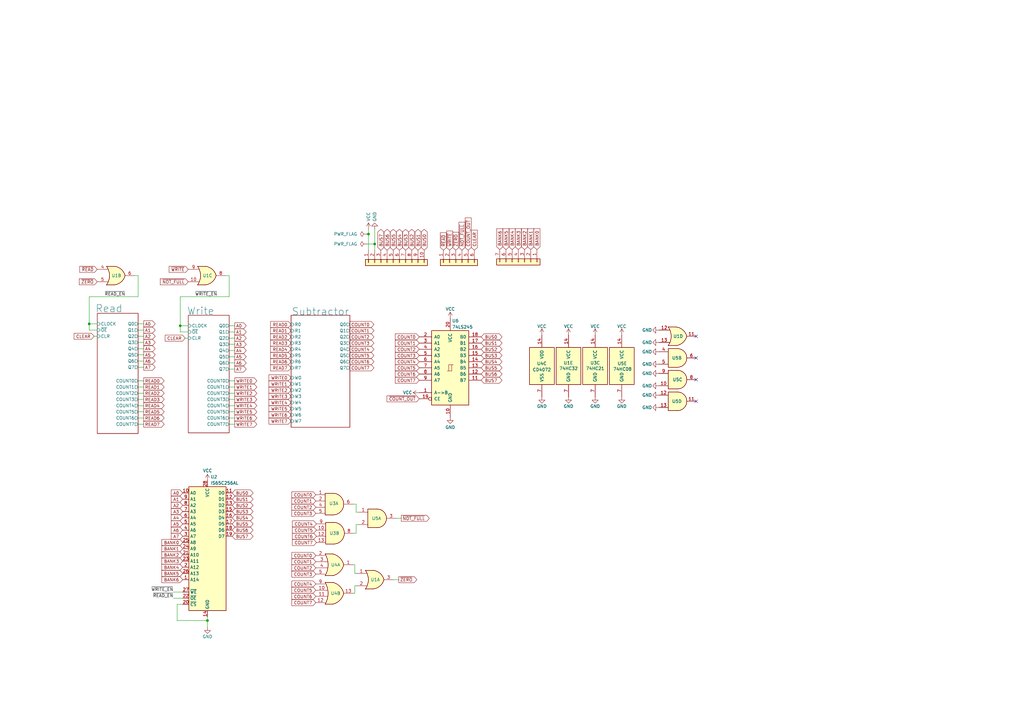
<source format=kicad_sch>
(kicad_sch (version 20211123) (generator eeschema)
  (paper "A3")
  (lib_symbols
    (symbol "4xxx:4072" (pin_names (offset 1.016))
      (property "Reference" "U" (at 0 1.27 0))
      (property "Value" "4072" (at 0 -1.27 0))
      (symbol "4072_1_1"
        (pin output line (at 7.62 0 180) (length 3.81) (name "~") (number "1"))
        (pin input line (at -7.62 3.81 0) (length 3.81) (name "~") (number "2"))
        (pin input line (at -7.62 1.27 0) (length 4.826) (name "~") (number "3"))
        (pin input line (at -7.62 -1.27 0) (length 4.826) (name "~") (number "4"))
        (pin input line (at -7.62 -3.81 0) (length 3.81) (name "~") (number "5"))
      )
      (symbol "4072_1_2"
        (pin output inverted (at 7.62 0 180) (length 3.81) (name "~") (number "1"))
        (pin input inverted (at -7.62 3.81 0) (length 3.81) (name "~") (number "2"))
        (pin input inverted (at -7.62 1.27 0) (length 3.81) (name "~") (number "3"))
        (pin input inverted (at -7.62 -1.27 0) (length 3.81) (name "~") (number "4"))
        (pin input inverted (at -7.62 -3.81 0) (length 3.81) (name "~") (number "5"))
      )
      (symbol "4072_2_1"
        (pin input line (at -7.62 1.27 0) (length 4.826) (name "~") (number "10"))
        (pin input line (at -7.62 -1.27 0) (length 4.826) (name "~") (number "11"))
        (pin input line (at -7.62 -3.81 0) (length 3.81) (name "~") (number "12"))
        (pin output line (at 7.62 0 180) (length 3.81) (name "~") (number "13"))
        (pin input line (at -7.62 3.81 0) (length 3.81) (name "~") (number "9"))
      )
      (symbol "4072_2_2"
        (pin input inverted (at -7.62 1.27 0) (length 3.81) (name "~") (number "10"))
        (pin input inverted (at -7.62 -1.27 0) (length 3.81) (name "~") (number "11"))
        (pin input inverted (at -7.62 -3.81 0) (length 3.81) (name "~") (number "12"))
        (pin output inverted (at 7.62 0 180) (length 3.81) (name "~") (number "13"))
        (pin input inverted (at -7.62 3.81 0) (length 3.81) (name "~") (number "9"))
      )
      (symbol "4072_3_0"
        (pin power_in line (at 0 12.7 270) (length 5.08) (name "VDD") (number "14"))
        (pin power_in line (at 0 -12.7 90) (length 5.08) (name "VSS") (number "7"))
      )
    )
    (symbol "74xx:74LS08" (pin_names (offset 1.016))
      (property "Reference" "U" (at 0 1.27 0))
      (property "Value" "74LS08" (at 0 -1.27 0))
      (symbol "74LS08_1_1"
        (pin input line (at -7.62 2.54 0) (length 3.81) (name "~") (number "1"))
        (pin input line (at -7.62 -2.54 0) (length 3.81) (name "~") (number "2"))
        (pin output line (at 7.62 0 180) (length 3.81) (name "~") (number "3"))
      )
      (symbol "74LS08_1_2"
        (pin input inverted (at -7.62 2.54 0) (length 4.318) (name "~") (number "1"))
        (pin input inverted (at -7.62 -2.54 0) (length 4.318) (name "~") (number "2"))
        (pin output inverted (at 7.62 0 180) (length 3.81) (name "~") (number "3"))
      )
      (symbol "74LS08_2_1"
        (pin input line (at -7.62 2.54 0) (length 3.81) (name "~") (number "4"))
        (pin input line (at -7.62 -2.54 0) (length 3.81) (name "~") (number "5"))
        (pin output line (at 7.62 0 180) (length 3.81) (name "~") (number "6"))
      )
      (symbol "74LS08_2_2"
        (pin input inverted (at -7.62 2.54 0) (length 4.318) (name "~") (number "4"))
        (pin input inverted (at -7.62 -2.54 0) (length 4.318) (name "~") (number "5"))
        (pin output inverted (at 7.62 0 180) (length 3.81) (name "~") (number "6"))
      )
      (symbol "74LS08_3_1"
        (pin input line (at -7.62 -2.54 0) (length 3.81) (name "~") (number "10"))
        (pin output line (at 7.62 0 180) (length 3.81) (name "~") (number "8"))
        (pin input line (at -7.62 2.54 0) (length 3.81) (name "~") (number "9"))
      )
      (symbol "74LS08_3_2"
        (pin input inverted (at -7.62 -2.54 0) (length 4.318) (name "~") (number "10"))
        (pin output inverted (at 7.62 0 180) (length 3.81) (name "~") (number "8"))
        (pin input inverted (at -7.62 2.54 0) (length 4.318) (name "~") (number "9"))
      )
      (symbol "74LS08_4_1"
        (pin output line (at 7.62 0 180) (length 3.81) (name "~") (number "11"))
        (pin input line (at -7.62 2.54 0) (length 3.81) (name "~") (number "12"))
        (pin input line (at -7.62 -2.54 0) (length 3.81) (name "~") (number "13"))
      )
      (symbol "74LS08_4_2"
        (pin output inverted (at 7.62 0 180) (length 3.81) (name "~") (number "11"))
        (pin input inverted (at -7.62 2.54 0) (length 4.318) (name "~") (number "12"))
        (pin input inverted (at -7.62 -2.54 0) (length 4.318) (name "~") (number "13"))
      )
      (symbol "74LS08_5_0"
        (pin power_in line (at 0 12.7 270) (length 5.08) (name "VCC") (number "14"))
        (pin power_in line (at 0 -12.7 90) (length 5.08) (name "GND") (number "7"))
      )
    )
    (symbol "74xx:74LS21" (pin_names (offset 1.016))
      (property "Reference" "U" (at 0 1.27 0))
      (property "Value" "74LS21" (at 0 -1.27 0))
      (symbol "74LS21_1_1"
        (pin input line (at -7.62 3.81 0) (length 3.81) (name "~") (number "1"))
        (pin input line (at -7.62 1.27 0) (length 3.81) (name "~") (number "2"))
        (pin input line (at -7.62 -1.27 0) (length 3.81) (name "~") (number "4"))
        (pin input line (at -7.62 -3.81 0) (length 3.81) (name "~") (number "5"))
        (pin output line (at 7.62 0 180) (length 3.81) (name "~") (number "6"))
      )
      (symbol "74LS21_1_2"
        (pin input inverted (at -7.62 3.81 0) (length 3.81) (name "~") (number "1"))
        (pin input inverted (at -7.62 1.27 0) (length 4.826) (name "~") (number "2"))
        (pin input inverted (at -7.62 -1.27 0) (length 4.826) (name "~") (number "4"))
        (pin input inverted (at -7.62 -3.81 0) (length 3.81) (name "~") (number "5"))
        (pin output inverted (at 7.62 0 180) (length 3.81) (name "~") (number "6"))
      )
      (symbol "74LS21_2_1"
        (pin input line (at -7.62 1.27 0) (length 3.81) (name "~") (number "10"))
        (pin input line (at -7.62 -1.27 0) (length 3.81) (name "~") (number "12"))
        (pin input line (at -7.62 -3.81 0) (length 3.81) (name "~") (number "13"))
        (pin output line (at 7.62 0 180) (length 3.81) (name "~") (number "8"))
        (pin input line (at -7.62 3.81 0) (length 3.81) (name "~") (number "9"))
      )
      (symbol "74LS21_2_2"
        (pin input inverted (at -7.62 1.27 0) (length 4.826) (name "~") (number "10"))
        (pin input inverted (at -7.62 -1.27 0) (length 4.826) (name "~") (number "12"))
        (pin input inverted (at -7.62 -3.81 0) (length 3.81) (name "~") (number "13"))
        (pin output inverted (at 7.62 0 180) (length 3.81) (name "~") (number "8"))
        (pin input inverted (at -7.62 3.81 0) (length 3.81) (name "~") (number "9"))
      )
      (symbol "74LS21_3_0"
        (pin power_in line (at 0 12.7 270) (length 5.08) (name "VCC") (number "14"))
        (pin power_in line (at 0 -12.7 90) (length 5.08) (name "GND") (number "7"))
      )
    )
    (symbol "74xx:74LS245" (pin_names (offset 1.016))
      (property "Reference" "U" (at -7.62 16.51 0))
      (property "Value" "74LS245" (at -7.62 -16.51 0))
      (symbol "74LS245_1_0"
        (pin input line (at -12.7 -10.16 0) (length 5.08) (name "A->B") (number "1"))
        (pin power_in line (at 0 -20.32 90) (length 5.08) (name "GND") (number "10"))
        (pin tri_state line (at 12.7 -5.08 180) (length 5.08) (name "B7") (number "11"))
        (pin tri_state line (at 12.7 -2.54 180) (length 5.08) (name "B6") (number "12"))
        (pin tri_state line (at 12.7 0 180) (length 5.08) (name "B5") (number "13"))
        (pin tri_state line (at 12.7 2.54 180) (length 5.08) (name "B4") (number "14"))
        (pin tri_state line (at 12.7 5.08 180) (length 5.08) (name "B3") (number "15"))
        (pin tri_state line (at 12.7 7.62 180) (length 5.08) (name "B2") (number "16"))
        (pin tri_state line (at 12.7 10.16 180) (length 5.08) (name "B1") (number "17"))
        (pin tri_state line (at 12.7 12.7 180) (length 5.08) (name "B0") (number "18"))
        (pin input inverted (at -12.7 -12.7 0) (length 5.08) (name "CE") (number "19"))
        (pin tri_state line (at -12.7 12.7 0) (length 5.08) (name "A0") (number "2"))
        (pin power_in line (at 0 20.32 270) (length 5.08) (name "VCC") (number "20"))
        (pin tri_state line (at -12.7 10.16 0) (length 5.08) (name "A1") (number "3"))
        (pin tri_state line (at -12.7 7.62 0) (length 5.08) (name "A2") (number "4"))
        (pin tri_state line (at -12.7 5.08 0) (length 5.08) (name "A3") (number "5"))
        (pin tri_state line (at -12.7 2.54 0) (length 5.08) (name "A4") (number "6"))
        (pin tri_state line (at -12.7 0 0) (length 5.08) (name "A5") (number "7"))
        (pin tri_state line (at -12.7 -2.54 0) (length 5.08) (name "A6") (number "8"))
        (pin tri_state line (at -12.7 -5.08 0) (length 5.08) (name "A7") (number "9"))
      )
    )
    (symbol "74xx:74LS32" (pin_names (offset 1.016))
      (property "Reference" "U" (at 0 1.27 0))
      (property "Value" "74LS32" (at 0 -1.27 0))
      (symbol "74LS32_1_1"
        (pin input line (at -7.62 2.54 0) (length 4.318) (name "~") (number "1"))
        (pin input line (at -7.62 -2.54 0) (length 4.318) (name "~") (number "2"))
        (pin output line (at 7.62 0 180) (length 3.81) (name "~") (number "3"))
      )
      (symbol "74LS32_1_2"
        (pin input inverted (at -7.62 2.54 0) (length 3.81) (name "~") (number "1"))
        (pin input inverted (at -7.62 -2.54 0) (length 3.81) (name "~") (number "2"))
        (pin output inverted (at 7.62 0 180) (length 3.81) (name "~") (number "3"))
      )
      (symbol "74LS32_2_1"
        (pin input line (at -7.62 2.54 0) (length 4.318) (name "~") (number "4"))
        (pin input line (at -7.62 -2.54 0) (length 4.318) (name "~") (number "5"))
        (pin output line (at 7.62 0 180) (length 3.81) (name "~") (number "6"))
      )
      (symbol "74LS32_2_2"
        (pin input inverted (at -7.62 2.54 0) (length 3.81) (name "~") (number "4"))
        (pin input inverted (at -7.62 -2.54 0) (length 3.81) (name "~") (number "5"))
        (pin output inverted (at 7.62 0 180) (length 3.81) (name "~") (number "6"))
      )
      (symbol "74LS32_3_1"
        (pin input line (at -7.62 -2.54 0) (length 4.318) (name "~") (number "10"))
        (pin output line (at 7.62 0 180) (length 3.81) (name "~") (number "8"))
        (pin input line (at -7.62 2.54 0) (length 4.318) (name "~") (number "9"))
      )
      (symbol "74LS32_3_2"
        (pin input inverted (at -7.62 -2.54 0) (length 3.81) (name "~") (number "10"))
        (pin output inverted (at 7.62 0 180) (length 3.81) (name "~") (number "8"))
        (pin input inverted (at -7.62 2.54 0) (length 3.81) (name "~") (number "9"))
      )
      (symbol "74LS32_4_1"
        (pin output line (at 7.62 0 180) (length 3.81) (name "~") (number "11"))
        (pin input line (at -7.62 2.54 0) (length 4.318) (name "~") (number "12"))
        (pin input line (at -7.62 -2.54 0) (length 4.318) (name "~") (number "13"))
      )
      (symbol "74LS32_4_2"
        (pin output inverted (at 7.62 0 180) (length 3.81) (name "~") (number "11"))
        (pin input inverted (at -7.62 2.54 0) (length 3.81) (name "~") (number "12"))
        (pin input inverted (at -7.62 -2.54 0) (length 3.81) (name "~") (number "13"))
      )
      (symbol "74LS32_5_0"
        (pin power_in line (at 0 12.7 270) (length 5.08) (name "VCC") (number "14"))
        (pin power_in line (at 0 -12.7 90) (length 5.08) (name "GND") (number "7"))
      )
    )
    (symbol "Connector_Generic:Conn_01x06" (pin_names (offset 1.016) hide)
      (property "Reference" "J" (at 0 7.62 0))
      (property "Value" "Conn_01x06" (at 0 -10.16 0))
      (symbol "Conn_01x06_1_1"
        (pin passive line (at -5.08 5.08 0) (length 3.81) (name "Pin_1") (number "1"))
        (pin passive line (at -5.08 2.54 0) (length 3.81) (name "Pin_2") (number "2"))
        (pin passive line (at -5.08 0 0) (length 3.81) (name "Pin_3") (number "3"))
        (pin passive line (at -5.08 -2.54 0) (length 3.81) (name "Pin_4") (number "4"))
        (pin passive line (at -5.08 -5.08 0) (length 3.81) (name "Pin_5") (number "5"))
        (pin passive line (at -5.08 -7.62 0) (length 3.81) (name "Pin_6") (number "6"))
      )
    )
    (symbol "Connector_Generic:Conn_01x07" (pin_names (offset 1.016) hide)
      (property "Reference" "J" (at 0 10.16 0))
      (property "Value" "Conn_01x07" (at 0 -10.16 0))
      (symbol "Conn_01x07_1_1"
        (pin passive line (at -5.08 7.62 0) (length 3.81) (name "Pin_1") (number "1"))
        (pin passive line (at -5.08 5.08 0) (length 3.81) (name "Pin_2") (number "2"))
        (pin passive line (at -5.08 2.54 0) (length 3.81) (name "Pin_3") (number "3"))
        (pin passive line (at -5.08 0 0) (length 3.81) (name "Pin_4") (number "4"))
        (pin passive line (at -5.08 -2.54 0) (length 3.81) (name "Pin_5") (number "5"))
        (pin passive line (at -5.08 -5.08 0) (length 3.81) (name "Pin_6") (number "6"))
        (pin passive line (at -5.08 -7.62 0) (length 3.81) (name "Pin_7") (number "7"))
      )
    )
    (symbol "Connector_Generic:Conn_01x10" (pin_names (offset 1.016) hide)
      (property "Reference" "J" (at 0 12.7 0))
      (property "Value" "Conn_01x10" (at 0 -15.24 0))
      (symbol "Conn_01x10_1_1"
        (pin passive line (at -5.08 10.16 0) (length 3.81) (name "Pin_1") (number "1"))
        (pin passive line (at -5.08 -12.7 0) (length 3.81) (name "Pin_10") (number "10"))
        (pin passive line (at -5.08 7.62 0) (length 3.81) (name "Pin_2") (number "2"))
        (pin passive line (at -5.08 5.08 0) (length 3.81) (name "Pin_3") (number "3"))
        (pin passive line (at -5.08 2.54 0) (length 3.81) (name "Pin_4") (number "4"))
        (pin passive line (at -5.08 0 0) (length 3.81) (name "Pin_5") (number "5"))
        (pin passive line (at -5.08 -2.54 0) (length 3.81) (name "Pin_6") (number "6"))
        (pin passive line (at -5.08 -5.08 0) (length 3.81) (name "Pin_7") (number "7"))
        (pin passive line (at -5.08 -7.62 0) (length 3.81) (name "Pin_8") (number "8"))
        (pin passive line (at -5.08 -10.16 0) (length 3.81) (name "Pin_9") (number "9"))
      )
    )
    (symbol "LIBRARY-8-bit-computer:IS65C256AL"
      (property "Reference" "U" (at -3.81 41.91 0))
      (property "Value" "IS65C256AL" (at -3.81 41.91 0))
      (symbol "IS65C256AL_1_1"
        (pin input line (at -11.43 -12.7 0) (length 2.54) (name "A14") (number "1"))
        (pin input line (at -11.43 22.86 0) (length 2.54) (name "A0") (number "10"))
        (pin tri_state line (at 8.89 22.86 180) (length 2.54) (name "D0") (number "11"))
        (pin tri_state line (at 8.89 20.32 180) (length 2.54) (name "D1") (number "12"))
        (pin tri_state line (at 8.89 17.78 180) (length 2.54) (name "D2") (number "13"))
        (pin power_in line (at -1.27 -27.94 90) (length 2.54) (name "GND") (number "14"))
        (pin tri_state line (at 8.89 15.24 180) (length 2.54) (name "D3") (number "15"))
        (pin tri_state line (at 8.89 12.7 180) (length 2.54) (name "D4") (number "16"))
        (pin tri_state line (at 8.89 10.16 180) (length 2.54) (name "D5") (number "17"))
        (pin tri_state line (at 8.89 7.62 180) (length 2.54) (name "D6") (number "18"))
        (pin tri_state line (at 8.89 5.08 180) (length 2.54) (name "D7") (number "19"))
        (pin input line (at -11.43 -7.62 0) (length 2.54) (name "A12") (number "2"))
        (pin input line (at -11.43 -22.86 0) (length 2.54) (name "~{CS}") (number "20"))
        (pin input line (at -11.43 -2.54 0) (length 2.54) (name "A10") (number "21"))
        (pin input line (at -11.43 -20.32 0) (length 2.54) (name "~{OE}") (number "22"))
        (pin input line (at -11.43 -5.08 0) (length 2.54) (name "A11") (number "23"))
        (pin input line (at -11.43 0 0) (length 2.54) (name "A9") (number "24"))
        (pin input line (at -11.43 2.54 0) (length 2.54) (name "A8") (number "25"))
        (pin input line (at -11.43 -10.16 0) (length 2.54) (name "A13") (number "26"))
        (pin input line (at -11.43 -17.78 0) (length 2.54) (name "~{WE}") (number "27"))
        (pin power_in line (at -1.27 27.94 270) (length 2.54) (name "VCC") (number "28"))
        (pin input line (at -11.43 5.08 0) (length 2.54) (name "A7") (number "3"))
        (pin input line (at -11.43 7.62 0) (length 2.54) (name "A6") (number "4"))
        (pin input line (at -11.43 10.16 0) (length 2.54) (name "A5") (number "5"))
        (pin input line (at -11.43 12.7 0) (length 2.54) (name "A4") (number "6"))
        (pin input line (at -11.43 15.24 0) (length 2.54) (name "A3") (number "7"))
        (pin input line (at -11.43 17.78 0) (length 2.54) (name "A2") (number "8"))
        (pin input line (at -11.43 20.32 0) (length 2.54) (name "A1") (number "9"))
      )
    )
    (symbol "power:GND" (power) (pin_names (offset 0))
      (property "Value" "GND" (at 0 -3.81 0))
      (symbol "GND_1_1"
        (pin power_in line (at 0 0 270) (length 0) hide (name "GND") (number "1"))
      )
    )
    (symbol "power:PWR_FLAG" (power) (pin_numbers hide) (pin_names (offset 0) hide)
      (property "Value" "PWR_FLAG" (at 0 3.81 0))
      (symbol "PWR_FLAG_0_0"
        (pin power_out line (at 0 0 90) (length 0) (name "pwr") (number "1"))
      )
    )
    (symbol "power:VCC" (power) (pin_names (offset 0))
      (property "Value" "VCC" (at 0 3.81 0))
      (symbol "VCC_1_1"
        (pin power_in line (at 0 0 90) (length 0) hide (name "VCC") (number "1"))
      )
    )
  )
  (junction (at 153.67 100.076))
  (junction (at 85.09 254.508))
  (junction (at 73.914 133.604))
  (junction (at 36.576 132.842))
  (junction (at 151.13 96.012))
  (no_connect (at 285.496 137.922))
  (no_connect (at 285.496 146.812))
  (no_connect (at 285.496 155.702))
  (no_connect (at 285.496 164.592))
  (wire (pts (xy 145.542 235.204) (xy 145.542 231.648)))
  (wire (pts (xy 56.642 156.21) (xy 58.928 156.21)))
  (wire (pts (xy 153.67 100.076) (xy 153.67 102.616)))
  (wire (pts (xy 36.576 132.842) (xy 39.878 132.842)))
  (wire (pts (xy 85.09 254.508) (xy 72.644 254.508)))
  (wire (pts (xy 93.98 146.304) (xy 96.266 146.304)))
  (wire (pts (xy 56.642 113.03) (xy 56.642 121.666)))
  (wire (pts (xy 93.98 171.45) (xy 96.266 171.45)))
  (wire (pts (xy 73.914 121.666) (xy 73.914 133.604)))
  (wire (pts (xy 147.066 210.058) (xy 146.05 210.058)))
  (wire (pts (xy 93.98 156.21) (xy 96.266 156.21)))
  (wire (pts (xy 93.98 136.144) (xy 96.266 136.144)))
  (wire (pts (xy 93.98 173.99) (xy 96.266 173.99)))
  (wire (pts (xy 146.05 206.756) (xy 144.78 206.756)))
  (wire (pts (xy 145.542 243.332) (xy 145.542 240.284)))
  (wire (pts (xy 151.13 93.98) (xy 151.13 96.012)))
  (wire (pts (xy 85.09 254.508) (xy 85.09 252.984)))
  (wire (pts (xy 150.368 96.012) (xy 151.13 96.012)))
  (wire (pts (xy 144.78 243.332) (xy 145.542 243.332)))
  (wire (pts (xy 77.216 136.144) (xy 73.914 136.144)))
  (wire (pts (xy 92.456 113.03) (xy 93.98 113.03)))
  (wire (pts (xy 93.98 133.604) (xy 96.266 133.604)))
  (wire (pts (xy 93.98 166.37) (xy 96.266 166.37)))
  (wire (pts (xy 150.368 100.076) (xy 153.67 100.076)))
  (wire (pts (xy 56.642 163.83) (xy 58.928 163.83)))
  (wire (pts (xy 56.642 173.99) (xy 58.928 173.99)))
  (wire (pts (xy 56.642 140.462) (xy 58.928 140.462)))
  (wire (pts (xy 146.05 215.138) (xy 147.066 215.138)))
  (wire (pts (xy 72.644 254.508) (xy 72.644 247.904)))
  (wire (pts (xy 93.98 148.844) (xy 96.266 148.844)))
  (wire (pts (xy 73.914 136.144) (xy 73.914 133.604)))
  (wire (pts (xy 93.98 161.29) (xy 96.266 161.29)))
  (wire (pts (xy 36.576 135.382) (xy 39.878 135.382)))
  (wire (pts (xy 93.98 158.75) (xy 96.266 158.75)))
  (wire (pts (xy 56.642 121.666) (xy 36.576 121.666)))
  (wire (pts (xy 36.576 132.842) (xy 36.576 135.382)))
  (wire (pts (xy 145.542 231.648) (xy 144.78 231.648)))
  (wire (pts (xy 56.642 135.382) (xy 58.928 135.382)))
  (wire (pts (xy 93.98 151.384) (xy 96.266 151.384)))
  (wire (pts (xy 73.914 133.604) (xy 77.216 133.604)))
  (wire (pts (xy 38.608 137.922) (xy 39.878 137.922)))
  (wire (pts (xy 145.034 218.694) (xy 146.05 218.694)))
  (wire (pts (xy 56.642 158.75) (xy 58.928 158.75)))
  (wire (pts (xy 56.642 137.922) (xy 58.928 137.922)))
  (wire (pts (xy 146.05 210.058) (xy 146.05 206.756)))
  (wire (pts (xy 56.642 145.542) (xy 58.928 145.542)))
  (wire (pts (xy 93.98 141.224) (xy 96.266 141.224)))
  (wire (pts (xy 56.642 161.29) (xy 58.928 161.29)))
  (wire (pts (xy 71.12 242.824) (xy 74.93 242.824)))
  (wire (pts (xy 56.642 166.37) (xy 58.928 166.37)))
  (wire (pts (xy 93.98 143.764) (xy 96.266 143.764)))
  (wire (pts (xy 93.98 168.91) (xy 96.266 168.91)))
  (wire (pts (xy 93.98 113.03) (xy 93.98 121.666)))
  (wire (pts (xy 93.98 121.666) (xy 73.914 121.666)))
  (wire (pts (xy 56.642 143.002) (xy 58.928 143.002)))
  (wire (pts (xy 75.946 138.684) (xy 77.216 138.684)))
  (wire (pts (xy 56.642 168.91) (xy 58.928 168.91)))
  (wire (pts (xy 153.67 93.98) (xy 153.67 100.076)))
  (wire (pts (xy 145.542 240.284) (xy 146.05 240.284)))
  (wire (pts (xy 36.576 121.666) (xy 36.576 132.842)))
  (wire (pts (xy 151.13 96.012) (xy 151.13 102.616)))
  (wire (pts (xy 71.12 245.364) (xy 74.93 245.364)))
  (wire (pts (xy 162.306 212.598) (xy 164.592 212.598)))
  (wire (pts (xy 56.642 171.45) (xy 58.928 171.45)))
  (wire (pts (xy 72.644 247.904) (xy 74.93 247.904)))
  (wire (pts (xy 56.642 132.842) (xy 58.928 132.842)))
  (wire (pts (xy 146.05 218.694) (xy 146.05 215.138)))
  (wire (pts (xy 55.118 113.03) (xy 56.642 113.03)))
  (wire (pts (xy 93.98 163.83) (xy 96.266 163.83)))
  (wire (pts (xy 146.05 235.204) (xy 145.542 235.204)))
  (wire (pts (xy 85.09 257.302) (xy 85.09 254.508)))
  (wire (pts (xy 161.29 237.744) (xy 163.576 237.744)))
  (wire (pts (xy 93.98 138.684) (xy 96.266 138.684)))
  (wire (pts (xy 56.642 148.082) (xy 58.928 148.082)))
  (wire (pts (xy 56.642 150.622) (xy 58.928 150.622)))
  (label "~{READ_EN}" (at 42.926 121.666 0))
  (label "~{WRITE_EN}" (at 71.12 242.824 180))
  (label "~{WRITE_EN}" (at 80.01 121.666 0))
  (label "~{READ_EN}" (at 71.12 245.364 180))
  (global_label "WRITE7" (shape input) (at 119.38 172.72 180) (property "Intersheet References" "${INTERSHEET_REFS}" (effects hide)))
  (global_label "WRITE4" (shape output) (at 96.266 166.37 0) (property "Intersheet References" "${INTERSHEET_REFS}" (effects hide)))
  (global_label "COUNT7" (shape input) (at 129.54 247.142 180) (property "Intersheet References" "${INTERSHEET_REFS}" (effects hide)))
  (global_label "BANK1" (shape input) (at 217.678 102.362 90) (property "Intersheet References" "${INTERSHEET_REFS}" (effects hide)))
  (global_label "COUNT5" (shape output) (at 143.51 145.796 0) (property "Intersheet References" "${INTERSHEET_REFS}" (effects hide)))
  (global_label "CLEAR" (shape input) (at 75.946 138.684 180) (property "Intersheet References" "${INTERSHEET_REFS}" (effects hide)))
  (global_label "WRITE0" (shape output) (at 96.266 156.21 0) (property "Intersheet References" "${INTERSHEET_REFS}" (effects hide)))
  (global_label "COUNT2" (shape input) (at 129.54 208.026 180) (property "Intersheet References" "${INTERSHEET_REFS}" (effects hide)))
  (global_label "READ1" (shape output) (at 58.928 158.75 0) (property "Intersheet References" "${INTERSHEET_REFS}" (effects hide)))
  (global_label "READ5" (shape input) (at 119.38 145.796 180) (property "Intersheet References" "${INTERSHEET_REFS}" (effects hide)))
  (global_label "~{NOT_FULL}" (shape output) (at 164.592 212.598 0) (property "Intersheet References" "${INTERSHEET_REFS}" (effects hide)))
  (global_label "BUS4" (shape tri_state) (at 197.358 148.336 0) (property "Intersheet References" "${INTERSHEET_REFS}" (effects hide)))
  (global_label "READ6" (shape output) (at 58.928 171.45 0) (property "Intersheet References" "${INTERSHEET_REFS}" (effects hide)))
  (global_label "BANK3" (shape input) (at 212.598 102.362 90) (property "Intersheet References" "${INTERSHEET_REFS}" (effects hide)))
  (global_label "READ3" (shape output) (at 58.928 163.83 0) (property "Intersheet References" "${INTERSHEET_REFS}" (effects hide)))
  (global_label "BUS1" (shape tri_state) (at 171.45 102.616 90) (property "Intersheet References" "${INTERSHEET_REFS}" (effects hide)))
  (global_label "A3" (shape input) (at 74.93 209.804 180) (property "Intersheet References" "${INTERSHEET_REFS}" (effects hide)))
  (global_label "~{COUNT_OUT}" (shape input) (at 192.024 102.616 90) (property "Intersheet References" "${INTERSHEET_REFS}" (effects hide)))
  (global_label "WRITE6" (shape output) (at 96.266 171.45 0) (property "Intersheet References" "${INTERSHEET_REFS}" (effects hide)))
  (global_label "READ5" (shape output) (at 58.928 168.91 0) (property "Intersheet References" "${INTERSHEET_REFS}" (effects hide)))
  (global_label "~{COUNT_OUT}" (shape input) (at 171.958 163.576 180) (property "Intersheet References" "${INTERSHEET_REFS}" (effects hide)))
  (global_label "BUS5" (shape bidirectional) (at 95.25 214.884 0) (property "Intersheet References" "${INTERSHEET_REFS}" (effects hide)))
  (global_label "COUNT1" (shape input) (at 129.54 205.486 180) (property "Intersheet References" "${INTERSHEET_REFS}" (effects hide)))
  (global_label "READ0" (shape output) (at 58.928 156.21 0) (property "Intersheet References" "${INTERSHEET_REFS}" (effects hide)))
  (global_label "BANK6" (shape input) (at 204.978 102.362 90) (property "Intersheet References" "${INTERSHEET_REFS}" (effects hide)))
  (global_label "COUNT5" (shape input) (at 171.958 150.876 180) (property "Intersheet References" "${INTERSHEET_REFS}" (effects hide)))
  (global_label "BANK2" (shape input) (at 74.93 227.584 180) (property "Intersheet References" "${INTERSHEET_REFS}" (effects hide)))
  (global_label "~{READ}" (shape input) (at 39.878 110.49 180) (property "Intersheet References" "${INTERSHEET_REFS}" (effects hide)))
  (global_label "A0" (shape output) (at 96.266 133.604 0) (property "Intersheet References" "${INTERSHEET_REFS}" (effects hide)))
  (global_label "WRITE1" (shape output) (at 96.266 158.75 0) (property "Intersheet References" "${INTERSHEET_REFS}" (effects hide)))
  (global_label "BUS3" (shape bidirectional) (at 95.25 209.804 0) (property "Intersheet References" "${INTERSHEET_REFS}" (effects hide)))
  (global_label "COUNT6" (shape input) (at 129.794 219.964 180) (property "Intersheet References" "${INTERSHEET_REFS}" (effects hide)))
  (global_label "WRITE3" (shape output) (at 96.266 163.83 0) (property "Intersheet References" "${INTERSHEET_REFS}" (effects hide)))
  (global_label "READ1" (shape input) (at 119.38 135.636 180) (property "Intersheet References" "${INTERSHEET_REFS}" (effects hide)))
  (global_label "WRITE2" (shape output) (at 96.266 161.29 0) (property "Intersheet References" "${INTERSHEET_REFS}" (effects hide)))
  (global_label "WRITE5" (shape output) (at 96.266 168.91 0) (property "Intersheet References" "${INTERSHEET_REFS}" (effects hide)))
  (global_label "READ2" (shape input) (at 119.38 138.176 180) (property "Intersheet References" "${INTERSHEET_REFS}" (effects hide)))
  (global_label "COUNT2" (shape output) (at 143.51 138.176 0) (property "Intersheet References" "${INTERSHEET_REFS}" (effects hide)))
  (global_label "BANK3" (shape input) (at 74.93 230.124 180) (property "Intersheet References" "${INTERSHEET_REFS}" (effects hide)))
  (global_label "BANK0" (shape input) (at 74.93 222.504 180) (property "Intersheet References" "${INTERSHEET_REFS}" (effects hide)))
  (global_label "A5" (shape input) (at 74.93 214.884 180) (property "Intersheet References" "${INTERSHEET_REFS}" (effects hide)))
  (global_label "READ6" (shape input) (at 119.38 148.336 180) (property "Intersheet References" "${INTERSHEET_REFS}" (effects hide)))
  (global_label "COUNT1" (shape input) (at 171.958 140.716 180) (property "Intersheet References" "${INTERSHEET_REFS}" (effects hide)))
  (global_label "COUNT3" (shape input) (at 129.54 210.566 180) (property "Intersheet References" "${INTERSHEET_REFS}" (effects hide)))
  (global_label "BUS1" (shape bidirectional) (at 95.25 204.724 0) (property "Intersheet References" "${INTERSHEET_REFS}" (effects hide)))
  (global_label "COUNT0" (shape input) (at 129.54 202.946 180) (property "Intersheet References" "${INTERSHEET_REFS}" (effects hide)))
  (global_label "BUS4" (shape tri_state) (at 163.83 102.616 90) (property "Intersheet References" "${INTERSHEET_REFS}" (effects hide)))
  (global_label "BANK5" (shape input) (at 74.93 235.204 180) (property "Intersheet References" "${INTERSHEET_REFS}" (effects hide)))
  (global_label "COUNT7" (shape output) (at 143.51 150.876 0) (property "Intersheet References" "${INTERSHEET_REFS}" (effects hide)))
  (global_label "BUS7" (shape bidirectional) (at 95.25 219.964 0) (property "Intersheet References" "${INTERSHEET_REFS}" (effects hide)))
  (global_label "READ4" (shape output) (at 58.928 166.37 0) (property "Intersheet References" "${INTERSHEET_REFS}" (effects hide)))
  (global_label "BUS4" (shape bidirectional) (at 95.25 212.344 0) (property "Intersheet References" "${INTERSHEET_REFS}" (effects hide)))
  (global_label "A7" (shape input) (at 74.93 219.964 180) (property "Intersheet References" "${INTERSHEET_REFS}" (effects hide)))
  (global_label "BUS2" (shape tri_state) (at 197.358 143.256 0) (property "Intersheet References" "${INTERSHEET_REFS}" (effects hide)))
  (global_label "COUNT2" (shape input) (at 171.958 143.256 180) (property "Intersheet References" "${INTERSHEET_REFS}" (effects hide)))
  (global_label "WRITE2" (shape input) (at 119.38 160.02 180) (property "Intersheet References" "${INTERSHEET_REFS}" (effects hide)))
  (global_label "~{ZERO}" (shape output) (at 163.576 237.744 0) (property "Intersheet References" "${INTERSHEET_REFS}" (effects hide)))
  (global_label "COUNT0" (shape output) (at 143.51 133.096 0) (property "Intersheet References" "${INTERSHEET_REFS}" (effects hide)))
  (global_label "A2" (shape input) (at 74.93 207.264 180) (property "Intersheet References" "${INTERSHEET_REFS}" (effects hide)))
  (global_label "BANK2" (shape input) (at 215.138 102.362 90) (property "Intersheet References" "${INTERSHEET_REFS}" (effects hide)))
  (global_label "A5" (shape output) (at 96.266 146.304 0) (property "Intersheet References" "${INTERSHEET_REFS}" (effects hide)))
  (global_label "BUS0" (shape bidirectional) (at 95.25 202.184 0) (property "Intersheet References" "${INTERSHEET_REFS}" (effects hide)))
  (global_label "BUS5" (shape tri_state) (at 197.358 150.876 0) (property "Intersheet References" "${INTERSHEET_REFS}" (effects hide)))
  (global_label "~{ZERO}" (shape input) (at 39.878 115.57 180) (property "Intersheet References" "${INTERSHEET_REFS}" (effects hide)))
  (global_label "BUS6" (shape bidirectional) (at 95.25 217.424 0) (property "Intersheet References" "${INTERSHEET_REFS}" (effects hide)))
  (global_label "BUS3" (shape tri_state) (at 197.358 145.796 0) (property "Intersheet References" "${INTERSHEET_REFS}" (effects hide)))
  (global_label "WRITE0" (shape input) (at 119.38 154.94 180) (property "Intersheet References" "${INTERSHEET_REFS}" (effects hide)))
  (global_label "READ2" (shape output) (at 58.928 161.29 0) (property "Intersheet References" "${INTERSHEET_REFS}" (effects hide)))
  (global_label "CLEAR" (shape input) (at 38.608 137.922 180) (property "Intersheet References" "${INTERSHEET_REFS}" (effects hide)))
  (global_label "COUNT2" (shape input) (at 129.54 232.918 180) (property "Intersheet References" "${INTERSHEET_REFS}" (effects hide)))
  (global_label "A1" (shape input) (at 74.93 204.724 180) (property "Intersheet References" "${INTERSHEET_REFS}" (effects hide)))
  (global_label "A0" (shape output) (at 58.928 132.842 0) (property "Intersheet References" "${INTERSHEET_REFS}" (effects hide)))
  (global_label "A2" (shape output) (at 96.266 138.684 0) (property "Intersheet References" "${INTERSHEET_REFS}" (effects hide)))
  (global_label "COUNT3" (shape output) (at 143.51 140.716 0) (property "Intersheet References" "${INTERSHEET_REFS}" (effects hide)))
  (global_label "COUNT7" (shape input) (at 171.958 155.956 180) (property "Intersheet References" "${INTERSHEET_REFS}" (effects hide)))
  (global_label "READ4" (shape input) (at 119.38 143.256 180) (property "Intersheet References" "${INTERSHEET_REFS}" (effects hide)))
  (global_label "BANK0" (shape input) (at 220.218 102.362 90) (property "Intersheet References" "${INTERSHEET_REFS}" (effects hide)))
  (global_label "COUNT3" (shape input) (at 129.54 235.458 180) (property "Intersheet References" "${INTERSHEET_REFS}" (effects hide)))
  (global_label "WRITE4" (shape input) (at 119.38 165.1 180) (property "Intersheet References" "${INTERSHEET_REFS}" (effects hide)))
  (global_label "COUNT7" (shape input) (at 129.794 222.504 180) (property "Intersheet References" "${INTERSHEET_REFS}" (effects hide)))
  (global_label "~{WRITE}" (shape input) (at 184.404 102.616 90) (property "Intersheet References" "${INTERSHEET_REFS}" (effects hide)))
  (global_label "WRITE3" (shape input) (at 119.38 162.56 180) (property "Intersheet References" "${INTERSHEET_REFS}" (effects hide)))
  (global_label "READ0" (shape input) (at 119.38 133.096 180) (property "Intersheet References" "${INTERSHEET_REFS}" (effects hide)))
  (global_label "A1" (shape output) (at 58.928 135.382 0) (property "Intersheet References" "${INTERSHEET_REFS}" (effects hide)))
  (global_label "COUNT5" (shape input) (at 129.794 217.424 180) (property "Intersheet References" "${INTERSHEET_REFS}" (effects hide)))
  (global_label "BUS5" (shape tri_state) (at 161.29 102.616 90) (property "Intersheet References" "${INTERSHEET_REFS}" (effects hide)))
  (global_label "WRITE1" (shape input) (at 119.38 157.48 180) (property "Intersheet References" "${INTERSHEET_REFS}" (effects hide)))
  (global_label "COUNT6" (shape output) (at 143.51 148.336 0) (property "Intersheet References" "${INTERSHEET_REFS}" (effects hide)))
  (global_label "A6" (shape output) (at 58.928 148.082 0) (property "Intersheet References" "${INTERSHEET_REFS}" (effects hide)))
  (global_label "COUNT4" (shape input) (at 171.958 148.336 180) (property "Intersheet References" "${INTERSHEET_REFS}" (effects hide)))
  (global_label "A4" (shape output) (at 96.266 143.764 0) (property "Intersheet References" "${INTERSHEET_REFS}" (effects hide)))
  (global_label "~{WRITE}" (shape input) (at 77.216 110.49 180) (property "Intersheet References" "${INTERSHEET_REFS}" (effects hide)))
  (global_label "COUNT0" (shape input) (at 171.958 138.176 180) (property "Intersheet References" "${INTERSHEET_REFS}" (effects hide)))
  (global_label "A4" (shape output) (at 58.928 143.002 0) (property "Intersheet References" "${INTERSHEET_REFS}" (effects hide)))
  (global_label "COUNT6" (shape input) (at 129.54 244.602 180) (property "Intersheet References" "${INTERSHEET_REFS}" (effects hide)))
  (global_label "COUNT1" (shape output) (at 143.51 135.636 0) (property "Intersheet References" "${INTERSHEET_REFS}" (effects hide)))
  (global_label "READ3" (shape input) (at 119.38 140.716 180) (property "Intersheet References" "${INTERSHEET_REFS}" (effects hide)))
  (global_label "COUNT3" (shape input) (at 171.958 145.796 180) (property "Intersheet References" "${INTERSHEET_REFS}" (effects hide)))
  (global_label "~{NOT_FULL}" (shape input) (at 189.484 102.616 90) (property "Intersheet References" "${INTERSHEET_REFS}" (effects hide)))
  (global_label "~{ZERO}" (shape input) (at 186.944 102.616 90) (property "Intersheet References" "${INTERSHEET_REFS}" (effects hide)))
  (global_label "WRITE6" (shape input) (at 119.38 170.18 180) (property "Intersheet References" "${INTERSHEET_REFS}" (effects hide)))
  (global_label "COUNT0" (shape input) (at 129.54 227.838 180) (property "Intersheet References" "${INTERSHEET_REFS}" (effects hide)))
  (global_label "READ7" (shape output) (at 58.928 173.99 0) (property "Intersheet References" "${INTERSHEET_REFS}" (effects hide)))
  (global_label "READ7" (shape input) (at 119.38 150.876 180) (property "Intersheet References" "${INTERSHEET_REFS}" (effects hide)))
  (global_label "WRITE7" (shape output) (at 96.266 173.99 0) (property "Intersheet References" "${INTERSHEET_REFS}" (effects hide)))
  (global_label "A7" (shape output) (at 58.928 150.622 0) (property "Intersheet References" "${INTERSHEET_REFS}" (effects hide)))
  (global_label "BANK5" (shape input) (at 207.518 102.362 90) (property "Intersheet References" "${INTERSHEET_REFS}" (effects hide)))
  (global_label "A0" (shape input) (at 74.93 202.184 180) (property "Intersheet References" "${INTERSHEET_REFS}" (effects hide)))
  (global_label "COUNT6" (shape input) (at 171.958 153.416 180) (property "Intersheet References" "${INTERSHEET_REFS}" (effects hide)))
  (global_label "BUS1" (shape tri_state) (at 197.358 140.716 0) (property "Intersheet References" "${INTERSHEET_REFS}" (effects hide)))
  (global_label "A2" (shape output) (at 58.928 137.922 0) (property "Intersheet References" "${INTERSHEET_REFS}" (effects hide)))
  (global_label "BUS2" (shape tri_state) (at 168.91 102.616 90) (property "Intersheet References" "${INTERSHEET_REFS}" (effects hide)))
  (global_label "COUNT1" (shape input) (at 129.54 230.378 180) (property "Intersheet References" "${INTERSHEET_REFS}" (effects hide)))
  (global_label "BUS6" (shape tri_state) (at 158.75 102.616 90) (property "Intersheet References" "${INTERSHEET_REFS}" (effects hide)))
  (global_label "A6" (shape output) (at 96.266 148.844 0) (property "Intersheet References" "${INTERSHEET_REFS}" (effects hide)))
  (global_label "BUS0" (shape tri_state) (at 197.358 138.176 0) (property "Intersheet References" "${INTERSHEET_REFS}" (effects hide)))
  (global_label "A3" (shape output) (at 58.928 140.462 0) (property "Intersheet References" "${INTERSHEET_REFS}" (effects hide)))
  (global_label "A7" (shape output) (at 96.266 151.384 0) (property "Intersheet References" "${INTERSHEET_REFS}" (effects hide)))
  (global_label "BUS3" (shape tri_state) (at 166.37 102.616 90) (property "Intersheet References" "${INTERSHEET_REFS}" (effects hide)))
  (global_label "BUS7" (shape tri_state) (at 197.358 155.956 0) (property "Intersheet References" "${INTERSHEET_REFS}" (effects hide)))
  (global_label "A4" (shape input) (at 74.93 212.344 180) (property "Intersheet References" "${INTERSHEET_REFS}" (effects hide)))
  (global_label "A6" (shape input) (at 74.93 217.424 180) (property "Intersheet References" "${INTERSHEET_REFS}" (effects hide)))
  (global_label "COUNT5" (shape input) (at 129.54 242.062 180) (property "Intersheet References" "${INTERSHEET_REFS}" (effects hide)))
  (global_label "~{READ}" (shape input) (at 181.864 102.616 90) (property "Intersheet References" "${INTERSHEET_REFS}" (effects hide)))
  (global_label "WRITE5" (shape input) (at 119.38 167.64 180) (property "Intersheet References" "${INTERSHEET_REFS}" (effects hide)))
  (global_label "COUNT4" (shape input) (at 129.794 214.884 180) (property "Intersheet References" "${INTERSHEET_REFS}" (effects hide)))
  (global_label "COUNT4" (shape input) (at 129.54 239.522 180) (property "Intersheet References" "${INTERSHEET_REFS}" (effects hide)))
  (global_label "BANK1" (shape input) (at 74.93 225.044 180) (property "Intersheet References" "${INTERSHEET_REFS}" (effects hide)))
  (global_label "BUS0" (shape tri_state) (at 173.99 102.616 90) (property "Intersheet References" "${INTERSHEET_REFS}" (effects hide)))
  (global_label "A5" (shape output) (at 58.928 145.542 0) (property "Intersheet References" "${INTERSHEET_REFS}" (effects hide)))
  (global_label "A3" (shape output) (at 96.266 141.224 0) (property "Intersheet References" "${INTERSHEET_REFS}" (effects hide)))
  (global_label "BANK4" (shape input) (at 74.93 232.664 180) (property "Intersheet References" "${INTERSHEET_REFS}" (effects hide)))
  (global_label "BANK6" (shape input) (at 74.93 237.744 180) (property "Intersheet References" "${INTERSHEET_REFS}" (effects hide)))
  (global_label "CLEAR" (shape input) (at 194.564 102.616 90) (property "Intersheet References" "${INTERSHEET_REFS}" (effects hide)))
  (global_label "~{NOT_FULL}" (shape input) (at 77.216 115.57 180) (property "Intersheet References" "${INTERSHEET_REFS}" (effects hide)))
  (global_label "BUS7" (shape tri_state) (at 156.21 102.616 90) (property "Intersheet References" "${INTERSHEET_REFS}" (effects hide)))
  (global_label "BUS2" (shape bidirectional) (at 95.25 207.264 0) (property "Intersheet References" "${INTERSHEET_REFS}" (effects hide)))
  (global_label "COUNT4" (shape output) (at 143.51 143.256 0) (property "Intersheet References" "${INTERSHEET_REFS}" (effects hide)))
  (global_label "BUS6" (shape tri_state) (at 197.358 153.416 0) (property "Intersheet References" "${INTERSHEET_REFS}" (effects hide)))
  (global_label "BANK4" (shape input) (at 210.058 102.362 90) (property "Intersheet References" "${INTERSHEET_REFS}" (effects hide)))
  (global_label "A1" (shape output) (at 96.266 136.144 0) (property "Intersheet References" "${INTERSHEET_REFS}" (effects hide)))
  (symbol (lib_id "74xx:74LS08") (at 154.686 212.598 0) (unit 1)
    (property "Reference" "U5" (at 154.432 212.598 0))
    (property "Value" "74HC08" (effects hide))
    (property "Datasheet" "http://www.ti.com/lit/gpn/sn74LS08" (effects hide))
  )
  (symbol (lib_id "power:GND") (at 270.256 140.462 270) (unit 1)
    (property "Reference" "#PWR017" (effects hide))
    (property "Value" "GND" (at 267.462 140.462 90) (effects (justify right)))
  )
  (symbol (lib_id "4xxx:4072") (at 137.16 243.332 0) (unit 2)
    (property "Reference" "U4" (at 137.668 243.332 0))
    (property "Value" "CD4072" (effects hide))
    (property "Datasheet" "http://www.intersil.com/content/dam/Intersil/documents/cd40/cd4071bms-72bms-75bms.pdf" (effects hide))
  )
  (symbol (lib_id "power:GND") (at 222.25 162.814 0) (unit 1)
    (property "Reference" "#PWR09" (effects hide))
    (property "Value" "GND" (at 222.25 166.624 0))
  )
  (symbol (lib_id "74xx:74LS32") (at 233.172 150.114 0) (unit 5)
    (property "Reference" "U1" (at 231.14 148.844 0) (effects (justify left)))
    (property "Value" "74HC32" (at 229.362 151.13 0) (effects (justify left)))
    (property "Footprint" "Package_SO:SOIC-14_3.9x8.7mm_P1.27mm" (effects hide))
    (property "Datasheet" "http://www.ti.com/lit/gpn/sn74LS32" (effects hide))
  )
  (symbol (lib_id "Connector_Generic:Conn_01x10") (at 161.29 107.696 90) (mirror x) (unit 1)
    (property "Reference" "J1" (effects hide))
    (property "Value" "Conn_01x10" (effects hide))
    (property "Footprint" "Connector_PinHeader_2.54mm:PinHeader_1x10_P2.54mm_Vertical" (effects hide))
  )
  (symbol (lib_id "74xx:74LS08") (at 277.876 164.592 0) (unit 4)
    (property "Reference" "U5" (at 277.622 164.592 0))
    (property "Value" "74HC08" (effects hide))
    (property "Datasheet" "http://www.ti.com/lit/gpn/sn74LS08" (effects hide))
  )
  (symbol (lib_id "power:VCC") (at 85.09 197.104 0) (unit 1)
    (property "Reference" "#PWR01" (effects hide))
    (property "Value" "VCC" (at 85.09 193.04 0))
  )
  (symbol (lib_id "power:VCC") (at 171.958 161.036 90) (unit 1)
    (property "Reference" "#PWR05" (effects hide))
    (property "Value" "VCC" (at 167.132 161.036 90))
  )
  (symbol (lib_id "power:GND") (at 85.09 257.302 0) (unit 1)
    (property "Reference" "#PWR02" (effects hide))
    (property "Value" "GND" (at 85.09 261.112 0))
  )
  (symbol (lib_id "power:GND") (at 270.256 153.162 270) (unit 1)
    (property "Reference" "#PWR020" (effects hide))
    (property "Value" "GND" (at 267.462 153.162 90) (effects (justify right)))
  )
  (symbol (lib_id "power:GND") (at 270.256 167.132 270) (unit 1)
    (property "Reference" "#PWR023" (effects hide))
    (property "Value" "GND" (at 267.462 167.132 90) (effects (justify right)))
  )
  (symbol (lib_id "power:GND") (at 270.256 162.052 270) (unit 1)
    (property "Reference" "#PWR022" (effects hide))
    (property "Value" "GND" (at 267.462 162.052 90) (effects (justify right)))
  )
  (symbol (lib_id "74xx:74LS32") (at 153.67 237.744 0) (unit 1)
    (property "Reference" "U1" (at 153.924 237.744 0))
    (property "Value" "74HC32" (effects hide))
    (property "Datasheet" "http://www.ti.com/lit/gpn/sn74LS32" (effects hide))
  )
  (symbol (lib_id "74xx:74LS245") (at 184.658 150.876 0) (unit 1)
    (property "Reference" "U6" (at 185.42 131.572 0) (effects (justify left)))
    (property "Value" "74LS245" (at 185.42 134.112 0) (effects (justify left)))
    (property "Datasheet" "http://www.ti.com/lit/gpn/sn74LS245" (effects hide))
  )
  (symbol (lib_id "Connector_Generic:Conn_01x06") (at 186.944 107.696 90) (mirror x) (unit 1)
    (property "Reference" "J2" (effects hide))
    (property "Value" "Conn_01x06" (effects hide))
    (property "Footprint" "Connector_PinHeader_2.54mm:PinHeader_1x06_P2.54mm_Vertical" (effects hide))
  )
  (symbol (lib_id "power:GND") (at 233.172 162.814 0) (unit 1)
    (property "Reference" "#PWR011" (effects hide))
    (property "Value" "GND" (at 233.172 166.624 0))
  )
  (symbol (lib_id "74xx:74LS21") (at 244.094 150.114 0) (unit 3)
    (property "Reference" "U3" (at 242.062 148.844 0) (effects (justify left)))
    (property "Value" "74HC21" (at 240.284 151.13 0) (effects (justify left)))
    (property "Footprint" "Package_SO:SOIC-14_3.9x8.7mm_P1.27mm" (effects hide))
    (property "Datasheet" "http://www.ti.com/lit/gpn/sn74LS21" (effects hide))
  )
  (symbol (lib_id "power:GND") (at 270.256 135.382 270) (unit 1)
    (property "Reference" "#PWR016" (effects hide))
    (property "Value" "GND" (at 267.462 135.382 90) (effects (justify right)))
  )
  (symbol (lib_id "74xx:74LS21") (at 137.414 218.694 0) (unit 2)
    (property "Reference" "U3" (at 137.16 218.694 0))
    (property "Value" "74HC21" (effects hide))
    (property "Datasheet" "http://www.ti.com/lit/gpn/sn74LS21" (effects hide))
  )
  (symbol (lib_id "74xx:74LS08") (at 277.876 146.812 0) (unit 2)
    (property "Reference" "U5" (at 277.622 146.812 0))
    (property "Value" "74HC08" (effects hide))
    (property "Datasheet" "http://www.ti.com/lit/gpn/sn74LS08" (effects hide))
  )
  (symbol (lib_id "74xx:74LS08") (at 277.876 155.702 0) (unit 3)
    (property "Reference" "U5" (at 277.876 155.702 0))
    (property "Value" "74HC08" (effects hide))
    (property "Datasheet" "http://www.ti.com/lit/gpn/sn74LS08" (effects hide))
  )
  (symbol (lib_id "power:GND") (at 153.67 93.98 0) (mirror x) (unit 1)
    (property "Reference" "#PWR04" (effects hide))
    (property "Value" "GND" (at 153.67 88.9 90))
  )
  (symbol (lib_id "LIBRARY-8-bit-computer:IS65C256AL") (at 86.36 225.044 0) (unit 1)
    (property "Reference" "U2" (at 86.36 195.58 0) (effects (justify left)))
    (property "Value" "IS65C256AL" (at 86.36 198.12 0) (effects (justify left)))
    (property "Footprint" "Package_SO:SOIC-28W_7.5x17.9mm_P1.27mm" (effects hide))
  )
  (symbol (lib_id "power:GND") (at 244.094 162.814 0) (unit 1)
    (property "Reference" "#PWR013" (effects hide))
    (property "Value" "GND" (at 244.094 166.624 0))
  )
  (symbol (lib_id "74xx:74LS21") (at 137.16 206.756 0) (unit 1)
    (property "Reference" "U3" (at 136.906 206.502 0))
    (property "Value" "74HC21" (effects hide))
    (property "Datasheet" "http://www.ti.com/lit/gpn/sn74LS21" (effects hide))
  )
  (symbol (lib_id "4xxx:4072") (at 137.16 231.648 0) (unit 1)
    (property "Reference" "U4" (at 137.668 231.648 0))
    (property "Value" "CD4072" (effects hide))
    (property "Datasheet" "http://www.intersil.com/content/dam/Intersil/documents/cd40/cd4071bms-72bms-75bms.pdf" (effects hide))
  )
  (symbol (lib_id "power:GND") (at 270.256 144.272 270) (unit 1)
    (property "Reference" "#PWR018" (effects hide))
    (property "Value" "GND" (at 267.462 144.272 90) (effects (justify right)))
  )
  (symbol (lib_id "74xx:74LS08") (at 255.016 150.114 0) (unit 5)
    (property "Reference" "U5" (at 253.238 149.098 0) (effects (justify left)))
    (property "Value" "74HC08" (at 251.46 151.384 0) (effects (justify left)))
    (property "Datasheet" "http://www.ti.com/lit/gpn/sn74LS08" (effects hide))
  )
  (symbol (lib_id "power:VCC") (at 233.172 137.414 0) (unit 1)
    (property "Reference" "#PWR010" (effects hide))
    (property "Value" "VCC" (at 233.172 133.858 0))
  )
  (symbol (lib_id "power:VCC") (at 222.25 137.414 0) (unit 1)
    (property "Reference" "#PWR08" (effects hide))
    (property "Value" "VCC" (at 222.25 133.858 0))
  )
  (symbol (lib_id "74xx:74LS32") (at 277.876 137.922 0) (unit 4)
    (property "Reference" "U1" (at 278.13 137.922 0))
    (property "Value" "74HC32" (effects hide))
    (property "Datasheet" "http://www.ti.com/lit/gpn/sn74LS32" (effects hide))
  )
  (symbol (lib_id "power:GND") (at 184.658 171.196 0) (unit 1)
    (property "Reference" "#PWR07" (effects hide))
    (property "Value" "GND" (at 184.658 175.26 0))
  )
  (symbol (lib_id "power:GND") (at 270.256 149.352 270) (unit 1)
    (property "Reference" "#PWR019" (effects hide))
    (property "Value" "GND" (at 267.462 149.352 90) (effects (justify right)))
  )
  (symbol (lib_id "power:VCC") (at 244.094 137.414 0) (unit 1)
    (property "Reference" "#PWR012" (effects hide))
    (property "Value" "VCC" (at 244.094 133.858 0))
  )
  (symbol (lib_id "Connector_Generic:Conn_01x07") (at 212.598 107.442 270) (unit 1)
    (property "Reference" "J3" (effects hide))
    (property "Value" "Conn_01x07" (effects hide))
    (property "Footprint" "Connector_PinHeader_2.54mm:PinHeader_1x07_P2.54mm_Vertical" (effects hide))
  )
  (symbol (lib_id "power:GND") (at 270.256 158.242 270) (unit 1)
    (property "Reference" "#PWR021" (effects hide))
    (property "Value" "GND" (at 267.462 158.242 90) (effects (justify right)))
  )
  (symbol (lib_id "4xxx:4072") (at 222.25 150.114 0) (unit 3)
    (property "Reference" "U4" (at 220.218 149.098 0) (effects (justify left)))
    (property "Value" "CD4072" (at 218.44 151.638 0) (effects (justify left)))
    (property "Datasheet" "http://www.intersil.com/content/dam/Intersil/documents/cd40/cd4071bms-72bms-75bms.pdf" (effects hide))
  )
  (symbol (lib_id "power:VCC") (at 151.13 93.98 0) (mirror y) (unit 1)
    (property "Reference" "#PWR03" (effects hide))
    (property "Value" "VCC" (at 151.13 88.9 90))
  )
  (symbol (lib_id "74xx:74LS32") (at 47.498 113.03 0) (unit 2)
    (property "Reference" "U1" (at 47.752 113.03 0))
    (property "Value" "74HC32" (effects hide))
    (property "Datasheet" "http://www.ti.com/lit/gpn/sn74LS32" (effects hide))
  )
  (symbol (lib_id "power:VCC") (at 255.016 137.414 0) (unit 1)
    (property "Reference" "#PWR014" (effects hide))
    (property "Value" "VCC" (at 255.016 133.858 0))
  )
  (symbol (lib_id "power:VCC") (at 184.658 130.556 0) (unit 1)
    (property "Reference" "#PWR06" (effects hide))
    (property "Value" "VCC" (at 184.658 126.746 0))
  )
  (symbol (lib_id "power:PWR_FLAG") (at 150.368 96.012 90) (unit 1)
    (property "Reference" "#FLG01" (effects hide))
    (property "Value" "PWR_FLAG" (at 146.558 96.0119 90) (effects (justify left)))
  )
  (symbol (lib_id "74xx:74LS32") (at 84.836 113.03 0) (unit 3)
    (property "Reference" "U1" (at 85.09 113.03 0))
    (property "Value" "74HC32" (effects hide))
    (property "Datasheet" "http://www.ti.com/lit/gpn/sn74LS32" (effects hide))
  )
  (symbol (lib_id "power:GND") (at 255.016 162.814 0) (unit 1)
    (property "Reference" "#PWR015" (effects hide))
    (property "Value" "GND" (at 255.016 166.624 0))
  )
  (symbol (lib_id "power:PWR_FLAG") (at 150.368 100.076 90) (unit 1)
    (property "Reference" "#FLG02" (effects hide))
    (property "Value" "PWR_FLAG" (at 146.558 100.0759 90) (effects (justify left)))
  )
  (sheet (at 77.216 129.286) (size 16.764 48.26) (stroke (width 0.1524))
    (property "Sheet name" "Write" (at 76.708 129.286 0) (effects (font (size 3 3)) (justify left bottom)))
    (property "Sheet file" "counter.kicad_sch" (effects hide))
    (pin "CLR" input (at 77.216 138.684 180))
    (pin "CLOCK" input (at 77.216 133.604 180))
    (pin "Q3" output (at 93.98 141.224 0))
    (pin "Q2" output (at 93.98 138.684 0))
    (pin "Q1" output (at 93.98 136.144 0))
    (pin "Q0" output (at 93.98 133.604 0))
    (pin "Q4" output (at 93.98 143.764 0))
    (pin "Q6" output (at 93.98 148.844 0))
    (pin "Q7" output (at 93.98 151.384 0))
    (pin "Q5" output (at 93.98 146.304 0))
    (pin "~{OE}" input (at 77.216 136.144 180))
    (pin "COUNT2" output (at 93.98 161.29 0))
    (pin "COUNT3" output (at 93.98 163.83 0))
    (pin "COUNT0" output (at 93.98 156.21 0))
    (pin "COUNT1" output (at 93.98 158.75 0))
    (pin "COUNT4" output (at 93.98 166.37 0))
    (pin "COUNT7" output (at 93.98 173.99 0))
    (pin "COUNT6" output (at 93.98 171.45 0))
    (pin "COUNT5" output (at 93.98 168.91 0))
  )
  (sheet (at 119.38 129.286) (size 24.13 45.974) (stroke (width 0.1524))
    (property "Sheet name" "Subtractor" (at 119.634 129.54 0) (effects (font (size 3 3)) (justify left bottom)))
    (property "Sheet file" "subtractor.kicad_sch" (effects hide))
    (pin "W2" input (at 119.38 160.02 180))
    (pin "Q5" output (at 143.51 145.796 0))
    (pin "Q6" output (at 143.51 148.336 0))
    (pin "Q4" output (at 143.51 143.256 0))
    (pin "Q7" output (at 143.51 150.876 0))
    (pin "W7" input (at 119.38 172.72 180))
    (pin "W4" input (at 119.38 165.1 180))
    (pin "W5" input (at 119.38 167.64 180))
    (pin "W6" input (at 119.38 170.18 180))
    (pin "Q1" output (at 143.51 135.636 0))
    (pin "Q2" output (at 143.51 138.176 0))
    (pin "Q0" output (at 143.51 133.096 0))
    (pin "Q3" output (at 143.51 140.716 0))
    (pin "W1" input (at 119.38 157.48 180))
    (pin "W0" input (at 119.38 154.94 180))
    (pin "R5" input (at 119.38 145.796 180))
    (pin "R6" input (at 119.38 148.336 180))
    (pin "R7" input (at 119.38 150.876 180))
    (pin "W3" input (at 119.38 162.56 180))
    (pin "R4" input (at 119.38 143.256 180))
    (pin "R0" input (at 119.38 133.096 180))
    (pin "R1" input (at 119.38 135.636 180))
    (pin "R2" input (at 119.38 138.176 180))
    (pin "R3" input (at 119.38 140.716 180))
  )
  (sheet (at 39.878 128.524) (size 16.764 49.276) (stroke (width 0.1524))
    (property "Sheet name" "Read" (at 39.116 128.27 0) (effects (font (size 3 3)) (justify left bottom)))
    (property "Sheet file" "counter.kicad_sch" (effects hide))
    (pin "CLR" input (at 39.878 137.922 180))
    (pin "CLOCK" input (at 39.878 132.842 180))
    (pin "Q3" output (at 56.642 140.462 0))
    (pin "Q2" output (at 56.642 137.922 0))
    (pin "Q1" output (at 56.642 135.382 0))
    (pin "Q0" output (at 56.642 132.842 0))
    (pin "Q4" output (at 56.642 143.002 0))
    (pin "Q6" output (at 56.642 148.082 0))
    (pin "Q7" output (at 56.642 150.622 0))
    (pin "Q5" output (at 56.642 145.542 0))
    (pin "~{OE}" input (at 39.878 135.382 180))
    (pin "COUNT2" output (at 56.642 161.29 0))
    (pin "COUNT3" output (at 56.642 163.83 0))
    (pin "COUNT0" output (at 56.642 156.21 0))
    (pin "COUNT1" output (at 56.642 158.75 0))
    (pin "COUNT4" output (at 56.642 166.37 0))
    (pin "COUNT7" output (at 56.642 173.99 0))
    (pin "COUNT6" output (at 56.642 171.45 0))
    (pin "COUNT5" output (at 56.642 168.91 0))
  )
)
</source>
